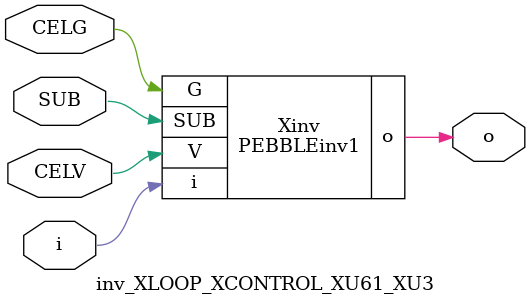
<source format=v>



module PEBBLEinv1 ( o, G, SUB, V, i );

  input V;
  input i;
  input G;
  output o;
  input SUB;
endmodule

//Celera Confidential Do Not Copy inv_XLOOP_XCONTROL_XU61_XU3
//Celera Confidential Symbol Generator
//5V Inverter
module inv_XLOOP_XCONTROL_XU61_XU3 (CELV,CELG,i,o,SUB);
input CELV;
input CELG;
input i;
input SUB;
output o;

//Celera Confidential Do Not Copy inv
PEBBLEinv1 Xinv(
.V (CELV),
.i (i),
.o (o),
.SUB (SUB),
.G (CELG)
);
//,diesize,PEBBLEinv1

//Celera Confidential Do Not Copy Module End
//Celera Schematic Generator
endmodule

</source>
